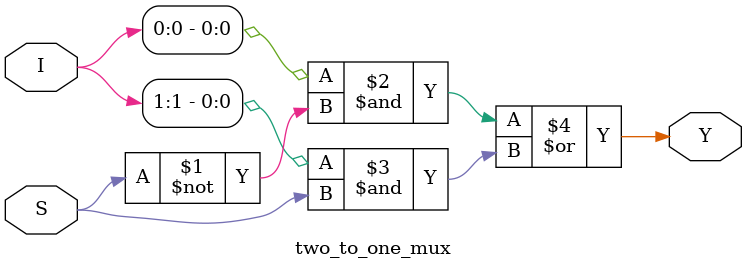
<source format=v>
module two_to_one_mux
(
	Y,
	I,
	S
);

	output Y;
	input [1:0] I;
	input S;

	assign Y = (I[0] & ~S) | (I[1] & S);
endmodule

</source>
